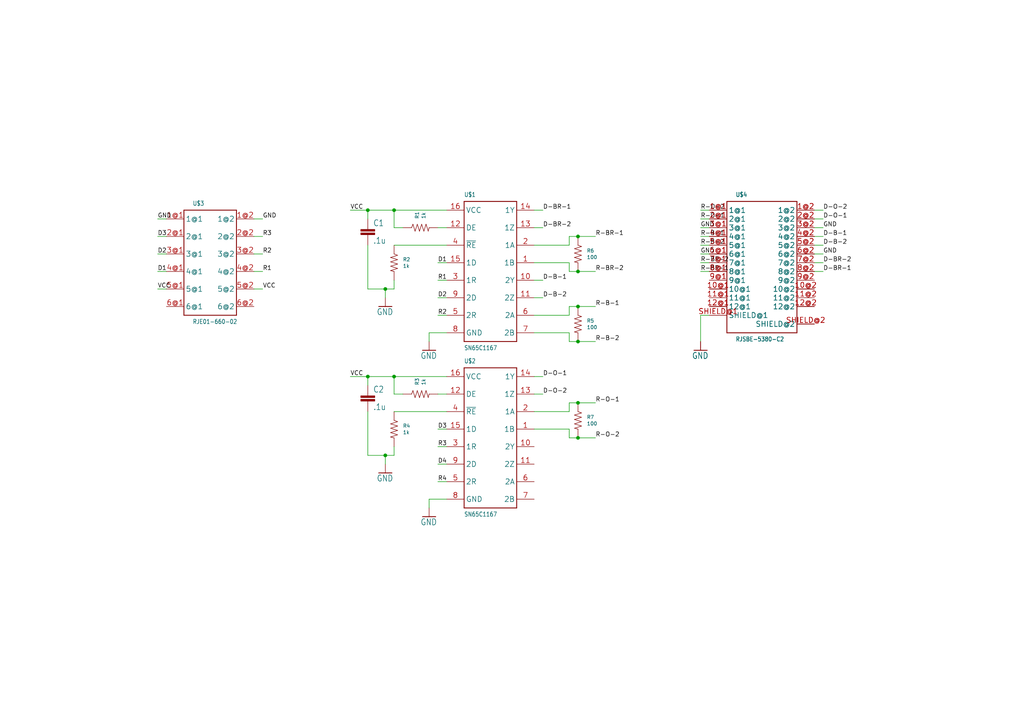
<source format=kicad_sch>
(kicad_sch (version 20250114) (generator "eeschema") (generator_version "9.0")
  (paper "A4")
  (lib_symbols
    (symbol "comm-board-eagle-import:CAP0805"
      (property "Reference" "C" (at 1.524 2.921 0))
      (symbol "CAP0805_1_0"
        (rectangle (start -2.032 1.524) (end 2.032 2.032) (fill (type outline)))
        (rectangle (start -2.032 0.508) (end 2.032 1.016) (fill (type outline)))
        (polyline (pts (xy 0 2.54) (xy 0 2.032)) (stroke (width 0.1524)))
        (polyline (pts (xy 0 0) (xy 0 0.508)) (stroke (width 0.1524)))
        (pin passive line (at 0 5.08 270) (length 2.54) (name "1") (number "1"))
        (pin passive line (at 0 -2.54 90) (length 2.54) (name "2") (number "2"))
      )
    )
    (symbol "comm-board-eagle-import:GND" (power)
      (symbol "GND_1_0"
        (polyline (pts (xy -1.905 0) (xy 1.905 0)) (stroke (width 0.254)))
        (pin power_in line (at 0 2.54 270) (length 2.54) (name "GND") (number "1"))
      )
    )
    (symbol "comm-board-eagle-import:RESISTOR_0805"
      (property "Reference" "R" (at 2.54 1.524 0))
      (symbol "RESISTOR_0805_1_0"
        (polyline (pts (xy -1.016 1.524) (xy 1.016 0.889)) (stroke (width 0.1524)))
        (polyline (pts (xy -1.016 0.254) (xy 1.016 -0.381)) (stroke (width 0.1524)))
        (polyline (pts (xy -1.016 -1.016) (xy 1.016 -1.651)) (stroke (width 0.1524)))
        (polyline (pts (xy -1.016 -2.286) (xy 0 -2.54)) (stroke (width 0.1524)))
        (polyline (pts (xy 0 2.54) (xy 1.016 2.159)) (stroke (width 0.1524)))
        (polyline (pts (xy 1.016 2.159) (xy -1.016 1.524)) (stroke (width 0.1524)))
        (polyline (pts (xy 1.016 0.889) (xy -1.016 0.254)) (stroke (width 0.1524)))
        (polyline (pts (xy 1.016 -0.381) (xy -1.016 -1.016)) (stroke (width 0.1524)))
        (polyline (pts (xy 1.016 -1.651) (xy -1.016 -2.286)) (stroke (width 0.1524)))
        (pin passive line (at 0 5.08 270) (length 2.54) (name "P$1") (number "P$1"))
        (pin passive line (at 0 -5.08 90) (length 2.54) (name "P$2") (number "P$2"))
      )
    )
    (symbol "comm-board-eagle-import:RJE01-660-02"
      (symbol "RJE01-660-02_1_0"
        (polyline (pts (xy -7.62 15.24) (xy -7.62 -15.24)) (stroke (width 0.254)))
        (polyline (pts (xy -7.62 -15.24) (xy 7.62 -15.24)) (stroke (width 0.254)))
        (polyline (pts (xy 7.62 15.24) (xy -7.62 15.24)) (stroke (width 0.254)))
        (polyline (pts (xy 7.62 -15.24) (xy 7.62 15.24)) (stroke (width 0.254)))
        (pin bidirectional line (at -12.7 12.7 0) (length 5.08) (name "1@1") (number "1@1"))
        (pin bidirectional line (at -12.7 7.62 0) (length 5.08) (name "2@1") (number "2@1"))
        (pin bidirectional line (at -12.7 2.54 0) (length 5.08) (name "3@1") (number "3@1"))
        (pin bidirectional line (at -12.7 -2.54 0) (length 5.08) (name "4@1") (number "4@1"))
        (pin bidirectional line (at -12.7 -7.62 0) (length 5.08) (name "5@1") (number "5@1"))
        (pin bidirectional line (at -12.7 -12.7 0) (length 5.08) (name "6@1") (number "6@1"))
        (pin bidirectional line (at 12.7 12.7 180) (length 5.08) (name "1@2") (number "1@2"))
        (pin bidirectional line (at 12.7 7.62 180) (length 5.08) (name "2@2") (number "2@2"))
        (pin bidirectional line (at 12.7 2.54 180) (length 5.08) (name "3@2") (number "3@2"))
        (pin bidirectional line (at 12.7 -2.54 180) (length 5.08) (name "4@2") (number "4@2"))
        (pin bidirectional line (at 12.7 -7.62 180) (length 5.08) (name "5@2") (number "5@2"))
        (pin bidirectional line (at 12.7 -12.7 180) (length 5.08) (name "6@2") (number "6@2"))
      )
    )
    (symbol "comm-board-eagle-import:RJSBE-5380-C2"
      (symbol "RJSBE-5380-C2_1_0"
        (polyline (pts (xy -10.16 17.78) (xy -10.16 -20.32)) (stroke (width 0.254)))
        (polyline (pts (xy -10.16 -20.32) (xy 10.16 -20.32)) (stroke (width 0.254)))
        (polyline (pts (xy 10.16 17.78) (xy -10.16 17.78)) (stroke (width 0.254)))
        (polyline (pts (xy 10.16 -20.32) (xy 10.16 17.78)) (stroke (width 0.254)))
        (pin bidirectional line (at -15.24 15.24 0) (length 5.08) (name "1@1") (number "1@1"))
        (pin bidirectional line (at -15.24 12.7 0) (length 5.08) (name "2@1") (number "2@1"))
        (pin bidirectional line (at -15.24 10.16 0) (length 5.08) (name "3@1") (number "3@1"))
        (pin bidirectional line (at -15.24 7.62 0) (length 5.08) (name "4@1") (number "4@1"))
        (pin bidirectional line (at -15.24 5.08 0) (length 5.08) (name "5@1") (number "5@1"))
        (pin bidirectional line (at -15.24 2.54 0) (length 5.08) (name "6@1") (number "6@1"))
        (pin bidirectional line (at -15.24 0 0) (length 5.08) (name "7@1") (number "7@1"))
        (pin bidirectional line (at -15.24 -2.54 0) (length 5.08) (name "8@1") (number "8@1"))
        (pin bidirectional line (at -15.24 -5.08 0) (length 5.08) (name "9@1") (number "9@1"))
        (pin bidirectional line (at -15.24 -7.62 0) (length 5.08) (name "10@1") (number "10@1"))
        (pin bidirectional line (at -15.24 -10.16 0) (length 5.08) (name "11@1") (number "11@1"))
        (pin bidirectional line (at -15.24 -12.7 0) (length 5.08) (name "12@1") (number "12@1"))
        (pin bidirectional line (at -15.24 -15.24 0) (length 5.08) (name "SHIELD@1") (number "SHIELD@1"))
        (pin bidirectional line (at 15.24 15.24 180) (length 5.08) (name "1@2") (number "1@2"))
        (pin bidirectional line (at 15.24 12.7 180) (length 5.08) (name "2@2") (number "2@2"))
        (pin bidirectional line (at 15.24 10.16 180) (length 5.08) (name "3@2") (number "3@2"))
        (pin bidirectional line (at 15.24 7.62 180) (length 5.08) (name "4@2") (number "4@2"))
        (pin bidirectional line (at 15.24 5.08 180) (length 5.08) (name "5@2") (number "5@2"))
        (pin bidirectional line (at 15.24 2.54 180) (length 5.08) (name "6@2") (number "6@2"))
        (pin bidirectional line (at 15.24 0 180) (length 5.08) (name "7@2") (number "7@2"))
        (pin bidirectional line (at 15.24 -2.54 180) (length 5.08) (name "8@2") (number "8@2"))
        (pin bidirectional line (at 15.24 -5.08 180) (length 5.08) (name "9@2") (number "9@2"))
        (pin bidirectional line (at 15.24 -7.62 180) (length 5.08) (name "10@2") (number "10@2"))
        (pin bidirectional line (at 15.24 -10.16 180) (length 5.08) (name "11@2") (number "11@2"))
        (pin bidirectional line (at 15.24 -12.7 180) (length 5.08) (name "12@2") (number "12@2"))
        (pin bidirectional line (at 15.24 -17.78 180) (length 5.08) (name "SHIELD@2") (number "SHIELD@2"))
      )
    )
    (symbol "comm-board-eagle-import:SN65C1167"
      (symbol "SN65C1167_1_0"
        (polyline (pts (xy -10.16 20.32) (xy -10.16 -20.32)) (stroke (width 0.254)))
        (polyline (pts (xy -10.16 -20.32) (xy 5.08 -20.32)) (stroke (width 0.254)))
        (polyline (pts (xy 5.08 20.32) (xy -10.16 20.32)) (stroke (width 0.254)))
        (polyline (pts (xy 5.08 -20.32) (xy 5.08 20.32)) (stroke (width 0.254)))
        (pin bidirectional line (at -15.24 17.78 0) (length 5.08) (name "VCC") (number "16"))
        (pin bidirectional line (at -15.24 12.7 0) (length 5.08) (name "DE") (number "12"))
        (pin bidirectional line (at -15.24 7.62 0) (length 5.08) (name "~{RE}") (number "4"))
        (pin bidirectional line (at -15.24 2.54 0) (length 5.08) (name "1D") (number "15"))
        (pin bidirectional line (at -15.24 -2.54 0) (length 5.08) (name "1R") (number "3"))
        (pin bidirectional line (at -15.24 -7.62 0) (length 5.08) (name "2D") (number "9"))
        (pin bidirectional line (at -15.24 -12.7 0) (length 5.08) (name "2R") (number "5"))
        (pin bidirectional line (at -15.24 -17.78 0) (length 5.08) (name "GND") (number "8"))
        (pin bidirectional line (at 10.16 17.78 180) (length 5.08) (name "1Y") (number "14"))
        (pin bidirectional line (at 10.16 12.7 180) (length 5.08) (name "1Z") (number "13"))
        (pin bidirectional line (at 10.16 7.62 180) (length 5.08) (name "1A") (number "2"))
        (pin bidirectional line (at 10.16 2.54 180) (length 5.08) (name "1B") (number "1"))
        (pin bidirectional line (at 10.16 -2.54 180) (length 5.08) (name "2Y") (number "10"))
        (pin bidirectional line (at 10.16 -7.62 180) (length 5.08) (name "2Z") (number "11"))
        (pin bidirectional line (at 10.16 -12.7 180) (length 5.08) (name "2A") (number "6"))
        (pin bidirectional line (at 10.16 -17.78 180) (length 5.08) (name "2B") (number "7"))
      )
    )
  )
  (junction (at 167.64 116.84))
  (junction (at 167.64 99.06))
  (junction (at 111.76 132.08))
  (junction (at 111.76 83.82))
  (junction (at 167.64 88.9))
  (junction (at 167.64 78.74))
  (junction (at 167.64 68.58))
  (junction (at 106.68 60.96))
  (junction (at 114.3 60.96))
  (junction (at 106.68 109.22))
  (junction (at 167.64 127))
  (junction (at 114.3 109.22))
  (wire (pts (xy 111.76 86.36) (xy 111.76 83.82)) (stroke (width 0.1524)))
  (wire (pts (xy 48.26 73.66) (xy 45.72 73.66)) (stroke (width 0.1524)))
  (wire (pts (xy 48.26 83.82) (xy 45.72 83.82)) (stroke (width 0.1524)))
  (wire (pts (xy 236.22 73.66) (xy 238.76 73.66)) (stroke (width 0.1524)))
  (wire (pts (xy 114.3 83.82) (xy 111.76 83.82)) (stroke (width 0.1524)))
  (wire (pts (xy 114.3 109.22) (xy 106.68 109.22)) (stroke (width 0.1524)))
  (wire (pts (xy 154.94 124.46) (xy 165.1 124.46)) (stroke (width 0.1524)))
  (wire (pts (xy 48.26 63.5) (xy 45.72 63.5)) (stroke (width 0.1524)))
  (wire (pts (xy 116.84 66.04) (xy 114.3 66.04)) (stroke (width 0.1524)))
  (wire (pts (xy 106.68 71.12) (xy 106.68 83.82)) (stroke (width 0.1524)))
  (wire (pts (xy 129.54 124.46) (xy 127 124.46)) (stroke (width 0.1524)))
  (wire (pts (xy 167.64 116.84) (xy 172.72 116.84)) (stroke (width 0.1524)))
  (wire (pts (xy 236.22 66.04) (xy 238.76 66.04)) (stroke (width 0.1524)))
  (wire (pts (xy 129.54 81.28) (xy 127 81.28)) (stroke (width 0.1524)))
  (wire (pts (xy 154.94 114.3) (xy 157.48 114.3)) (stroke (width 0.1524)))
  (wire (pts (xy 205.74 78.74) (xy 203.2 78.74)) (stroke (width 0.1524)))
  (wire (pts (xy 129.54 114.3) (xy 127 114.3)) (stroke (width 0.1524)))
  (wire (pts (xy 205.74 63.5) (xy 203.2 63.5)) (stroke (width 0.1524)))
  (wire (pts (xy 167.64 78.74) (xy 172.72 78.74)) (stroke (width 0.1524)))
  (wire (pts (xy 129.54 109.22) (xy 114.3 109.22)) (stroke (width 0.1524)))
  (wire (pts (xy 205.74 71.12) (xy 203.2 71.12)) (stroke (width 0.1524)))
  (wire (pts (xy 73.66 63.5) (xy 76.2 63.5)) (stroke (width 0.1524)))
  (wire (pts (xy 154.94 60.96) (xy 157.48 60.96)) (stroke (width 0.1524)))
  (wire (pts (xy 116.84 114.3) (xy 114.3 114.3)) (stroke (width 0.1524)))
  (wire (pts (xy 154.94 66.04) (xy 157.48 66.04)) (stroke (width 0.1524)))
  (wire (pts (xy 165.1 76.2) (xy 165.1 78.74)) (stroke (width 0.1524)))
  (wire (pts (xy 236.22 68.58) (xy 238.76 68.58)) (stroke (width 0.1524)))
  (wire (pts (xy 114.3 81.28) (xy 114.3 83.82)) (stroke (width 0.1524)))
  (wire (pts (xy 48.26 68.58) (xy 45.72 68.58)) (stroke (width 0.1524)))
  (wire (pts (xy 129.54 71.12) (xy 114.3 71.12)) (stroke (width 0.1524)))
  (wire (pts (xy 154.94 71.12) (xy 165.1 71.12)) (stroke (width 0.1524)))
  (wire (pts (xy 236.22 63.5) (xy 238.76 63.5)) (stroke (width 0.1524)))
  (wire (pts (xy 236.22 60.96) (xy 238.76 60.96)) (stroke (width 0.1524)))
  (wire (pts (xy 154.94 91.44) (xy 165.1 91.44)) (stroke (width 0.1524)))
  (wire (pts (xy 236.22 78.74) (xy 238.76 78.74)) (stroke (width 0.1524)))
  (wire (pts (xy 114.3 66.04) (xy 114.3 60.96)) (stroke (width 0.1524)))
  (wire (pts (xy 167.64 99.06) (xy 172.72 99.06)) (stroke (width 0.1524)))
  (wire (pts (xy 167.64 88.9) (xy 172.72 88.9)) (stroke (width 0.1524)))
  (wire (pts (xy 165.1 116.84) (xy 167.64 116.84)) (stroke (width 0.1524)))
  (wire (pts (xy 205.74 66.04) (xy 203.2 66.04)) (stroke (width 0.1524)))
  (wire (pts (xy 111.76 134.62) (xy 111.76 132.08)) (stroke (width 0.1524)))
  (wire (pts (xy 73.66 83.82) (xy 76.2 83.82)) (stroke (width 0.1524)))
  (wire (pts (xy 165.1 119.38) (xy 165.1 116.84)) (stroke (width 0.1524)))
  (wire (pts (xy 106.68 109.22) (xy 101.6 109.22)) (stroke (width 0.1524)))
  (wire (pts (xy 129.54 76.2) (xy 127 76.2)) (stroke (width 0.1524)))
  (wire (pts (xy 129.54 60.96) (xy 114.3 60.96)) (stroke (width 0.1524)))
  (wire (pts (xy 154.94 76.2) (xy 165.1 76.2)) (stroke (width 0.1524)))
  (wire (pts (xy 236.22 76.2) (xy 238.76 76.2)) (stroke (width 0.1524)))
  (wire (pts (xy 165.1 78.74) (xy 167.64 78.74)) (stroke (width 0.1524)))
  (wire (pts (xy 129.54 144.78) (xy 124.46 144.78)) (stroke (width 0.1524)))
  (wire (pts (xy 129.54 96.52) (xy 124.46 96.52)) (stroke (width 0.1524)))
  (wire (pts (xy 154.94 96.52) (xy 165.1 96.52)) (stroke (width 0.1524)))
  (wire (pts (xy 167.64 127) (xy 172.72 127)) (stroke (width 0.1524)))
  (wire (pts (xy 165.1 68.58) (xy 167.64 68.58)) (stroke (width 0.1524)))
  (wire (pts (xy 154.94 119.38) (xy 165.1 119.38)) (stroke (width 0.1524)))
  (wire (pts (xy 205.74 68.58) (xy 203.2 68.58)) (stroke (width 0.1524)))
  (wire (pts (xy 129.54 66.04) (xy 127 66.04)) (stroke (width 0.1524)))
  (wire (pts (xy 111.76 83.82) (xy 106.68 83.82)) (stroke (width 0.1524)))
  (wire (pts (xy 48.26 78.74) (xy 45.72 78.74)) (stroke (width 0.1524)))
  (wire (pts (xy 165.1 88.9) (xy 167.64 88.9)) (stroke (width 0.1524)))
  (wire (pts (xy 106.68 132.08) (xy 111.76 132.08)) (stroke (width 0.1524)))
  (wire (pts (xy 129.54 134.62) (xy 127 134.62)) (stroke (width 0.1524)))
  (wire (pts (xy 205.74 76.2) (xy 203.2 76.2)) (stroke (width 0.1524)))
  (wire (pts (xy 106.68 63.5) (xy 106.68 60.96)) (stroke (width 0.1524)))
  (wire (pts (xy 203.2 91.44) (xy 203.2 99.06)) (stroke (width 0.1524)))
  (wire (pts (xy 165.1 96.52) (xy 165.1 99.06)) (stroke (width 0.1524)))
  (wire (pts (xy 165.1 127) (xy 167.64 127)) (stroke (width 0.1524)))
  (wire (pts (xy 129.54 139.7) (xy 127 139.7)) (stroke (width 0.1524)))
  (wire (pts (xy 165.1 71.12) (xy 165.1 68.58)) (stroke (width 0.1524)))
  (wire (pts (xy 73.66 73.66) (xy 76.2 73.66)) (stroke (width 0.1524)))
  (wire (pts (xy 167.64 68.58) (xy 172.72 68.58)) (stroke (width 0.1524)))
  (wire (pts (xy 106.68 60.96) (xy 101.6 60.96)) (stroke (width 0.1524)))
  (wire (pts (xy 124.46 96.52) (xy 124.46 99.06)) (stroke (width 0.1524)))
  (wire (pts (xy 165.1 99.06) (xy 167.64 99.06)) (stroke (width 0.1524)))
  (wire (pts (xy 73.66 68.58) (xy 76.2 68.58)) (stroke (width 0.1524)))
  (wire (pts (xy 205.74 60.96) (xy 203.2 60.96)) (stroke (width 0.1524)))
  (wire (pts (xy 124.46 144.78) (xy 124.46 147.32)) (stroke (width 0.1524)))
  (wire (pts (xy 236.22 71.12) (xy 238.76 71.12)) (stroke (width 0.1524)))
  (wire (pts (xy 165.1 91.44) (xy 165.1 88.9)) (stroke (width 0.1524)))
  (wire (pts (xy 114.3 119.38) (xy 129.54 119.38)) (stroke (width 0.1524)))
  (wire (pts (xy 154.94 81.28) (xy 157.48 81.28)) (stroke (width 0.1524)))
  (wire (pts (xy 114.3 132.08) (xy 114.3 129.54)) (stroke (width 0.1524)))
  (wire (pts (xy 106.68 111.76) (xy 106.68 109.22)) (stroke (width 0.1524)))
  (wire (pts (xy 114.3 114.3) (xy 114.3 109.22)) (stroke (width 0.1524)))
  (wire (pts (xy 111.76 132.08) (xy 114.3 132.08)) (stroke (width 0.1524)))
  (wire (pts (xy 129.54 86.36) (xy 127 86.36)) (stroke (width 0.1524)))
  (wire (pts (xy 114.3 60.96) (xy 106.68 60.96)) (stroke (width 0.1524)))
  (wire (pts (xy 129.54 91.44) (xy 127 91.44)) (stroke (width 0.1524)))
  (wire (pts (xy 205.74 91.44) (xy 203.2 91.44)) (stroke (width 0.1524)))
  (wire (pts (xy 165.1 124.46) (xy 165.1 127)) (stroke (width 0.1524)))
  (wire (pts (xy 73.66 78.74) (xy 76.2 78.74)) (stroke (width 0.1524)))
  (wire (pts (xy 154.94 86.36) (xy 157.48 86.36)) (stroke (width 0.1524)))
  (wire (pts (xy 106.68 119.38) (xy 106.68 132.08)) (stroke (width 0.1524)))
  (wire (pts (xy 205.74 73.66) (xy 203.2 73.66)) (stroke (width 0.1524)))
  (wire (pts (xy 154.94 109.22) (xy 157.48 109.22)) (stroke (width 0.1524)))
  (wire (pts (xy 129.54 129.54) (xy 127 129.54)) (stroke (width 0.1524)))
  (label "R-BR-1" (at 172.72 68.58 0) (effects (font (size 1.2446 1.2446))))
  (label "D2" (at 45.72 73.66 0) (effects (font (size 1.2446 1.2446))))
  (label "GND" (at 76.2 63.5 0) (effects (font (size 1.2446 1.2446))))
  (label "R-O-1" (at 172.72 116.84 0) (effects (font (size 1.2446 1.2446))))
  (label "R2" (at 76.2 73.66 0) (effects (font (size 1.2446 1.2446))))
  (label "D-O-2" (at 157.48 114.3 0) (effects (font (size 1.2446 1.2446))))
  (label "R-BR-2" (at 203.2 76.2 0) (effects (font (size 1.2446 1.2446))))
  (label "R-O-2" (at 172.72 127 0) (effects (font (size 1.2446 1.2446))))
  (label "VCC" (at 101.6 109.22 0) (effects (font (size 1.2446 1.2446))))
  (label "D-BR-1" (at 157.48 60.96 0) (effects (font (size 1.2446 1.2446))))
  (label "GND" (at 203.2 66.04 0) (effects (font (size 1.2446 1.2446))))
  (label "GND" (at 45.72 63.5 0) (effects (font (size 1.2446 1.2446))))
  (label "R-O-2" (at 203.2 60.96 0) (effects (font (size 1.2446 1.2446))))
  (label "D-B-1" (at 238.76 68.58 0) (effects (font (size 1.2446 1.2446))))
  (label "R-B-2" (at 172.72 99.06 0) (effects (font (size 1.2446 1.2446))))
  (label "D-O-1" (at 238.76 63.5 0) (effects (font (size 1.2446 1.2446))))
  (label "R-BR-2" (at 172.72 78.74 0) (effects (font (size 1.2446 1.2446))))
  (label "R3" (at 76.2 68.58 0) (effects (font (size 1.2446 1.2446))))
  (label "D1" (at 45.72 78.74 0) (effects (font (size 1.2446 1.2446))))
  (label "D4" (at 127 134.62 0) (effects (font (size 1.2446 1.2446))))
  (label "D-BR-2" (at 157.48 66.04 0) (effects (font (size 1.2446 1.2446))))
  (label "GND" (at 238.76 66.04 0) (effects (font (size 1.2446 1.2446))))
  (label "D-BR-1" (at 238.76 78.74 0) (effects (font (size 1.2446 1.2446))))
  (label "R4" (at 127 139.7 0) (effects (font (size 1.2446 1.2446))))
  (label "D-BR-2" (at 238.76 76.2 0) (effects (font (size 1.2446 1.2446))))
  (label "GND" (at 203.2 73.66 0) (effects (font (size 1.2446 1.2446))))
  (label "D-B-2" (at 238.76 71.12 0) (effects (font (size 1.2446 1.2446))))
  (label "D-B-2" (at 157.48 86.36 0) (effects (font (size 1.2446 1.2446))))
  (label "VCC" (at 45.72 83.82 0) (effects (font (size 1.2446 1.2446))))
  (label "D1" (at 127 76.2 0) (effects (font (size 1.2446 1.2446))))
  (label "D2" (at 127 86.36 0) (effects (font (size 1.2446 1.2446))))
  (label "R-B-1" (at 172.72 88.9 0) (effects (font (size 1.2446 1.2446))))
  (label "R-B-2" (at 203.2 71.12 0) (effects (font (size 1.2446 1.2446))))
  (label "VCC" (at 101.6 60.96 0) (effects (font (size 1.2446 1.2446))))
  (label "D-O-2" (at 238.76 60.96 0) (effects (font (size 1.2446 1.2446))))
  (label "D3" (at 127 124.46 0) (effects (font (size 1.2446 1.2446))))
  (label "R3" (at 127 129.54 0) (effects (font (size 1.2446 1.2446))))
  (label "R1" (at 127 81.28 0) (effects (font (size 1.2446 1.2446))))
  (label "R-BR-1" (at 203.2 78.74 0) (effects (font (size 1.2446 1.2446))))
  (label "VCC" (at 76.2 83.82 0) (effects (font (size 1.2446 1.2446))))
  (label "R-O-1" (at 203.2 63.5 0) (effects (font (size 1.2446 1.2446))))
  (label "D-B-1" (at 157.48 81.28 0) (effects (font (size 1.2446 1.2446))))
  (label "D3" (at 45.72 68.58 0) (effects (font (size 1.2446 1.2446))))
  (label "R1" (at 76.2 78.74 0) (effects (font (size 1.2446 1.2446))))
  (label "D-O-1" (at 157.48 109.22 0) (effects (font (size 1.2446 1.2446))))
  (label "R-B-1" (at 203.2 68.58 0) (effects (font (size 1.2446 1.2446))))
  (label "R2" (at 127 91.44 0) (effects (font (size 1.2446 1.2446))))
  (label "GND" (at 238.76 73.66 0) (effects (font (size 1.2446 1.2446))))
  (symbol (lib_id "comm-board-eagle-import:GND") (at 203.2 101.6 0) (unit 1)
    (property "Reference" "#GND5" (effects (hide yes)))
    (property "Value" "GND" (at 200.66 104.14 0) (effects (font (size 1.778 1.5113)) (justify left bottom)))
  )
  (symbol (lib_id "comm-board-eagle-import:RESISTOR_0805") (at 167.64 73.66 0) (unit 1)
    (property "Reference" "R6" (at 170.18 72.136 0) (effects (font (size 1.016 1.016)) (justify left top)))
    (property "Value" "100" (at 170.18 75.184 0) (effects (font (size 1.016 1.016)) (justify left bottom)))
    (property "Footprint" "comm-board:R0805" (effects (hide yes)))
  )
  (symbol (lib_id "comm-board-eagle-import:GND") (at 111.76 137.16 0) (unit 1)
    (property "Reference" "#GND4" (effects (hide yes)))
    (property "Value" "GND" (at 109.22 139.7 0) (effects (font (size 1.778 1.5113)) (justify left bottom)))
  )
  (symbol (lib_id "comm-board-eagle-import:RESISTOR_0805") (at 121.92 66.04 90) (unit 1)
    (property "Reference" "R1" (at 120.396 63.5 0) (effects (font (size 1.016 1.016)) (justify left top)))
    (property "Value" "1k" (at 123.444 63.5 0) (effects (font (size 1.016 1.016)) (justify left bottom)))
    (property "Footprint" "comm-board:R0805" (effects (hide yes)))
  )
  (symbol (lib_id "comm-board-eagle-import:CAP0805") (at 106.68 116.84 0) (unit 1)
    (property "Reference" "C2" (at 108.204 113.919 0) (effects (font (size 1.778 1.5113)) (justify left bottom)))
    (property "Value" ".1u" (at 108.204 118.999 0) (effects (font (size 1.778 1.5113)) (justify left bottom)))
    (property "Footprint" "comm-board:0805" (effects (hide yes)))
  )
  (symbol (lib_id "comm-board-eagle-import:RJE01-660-02") (at 60.96 76.2 0) (unit 1)
    (property "Reference" "U$3" (at 55.88 59.69 0) (effects (font (size 1.27 1.0795)) (justify left bottom)))
    (property "Value" "RJE01-660-02" (at 55.88 93.98 0) (effects (font (size 1.27 1.0795)) (justify left bottom)))
    (property "Footprint" "comm-board:RJE01-660-02" (effects (hide yes)))
  )
  (symbol (lib_id "comm-board-eagle-import:RESISTOR_0805") (at 167.64 93.98 0) (unit 1)
    (property "Reference" "R5" (at 170.18 92.456 0) (effects (font (size 1.016 1.016)) (justify left top)))
    (property "Value" "100" (at 170.18 95.504 0) (effects (font (size 1.016 1.016)) (justify left bottom)))
    (property "Footprint" "comm-board:R0805" (effects (hide yes)))
  )
  (symbol (lib_id "comm-board-eagle-import:GND") (at 124.46 149.86 0) (unit 1)
    (property "Reference" "#GND2" (effects (hide yes)))
    (property "Value" "GND" (at 121.92 152.4 0) (effects (font (size 1.778 1.5113)) (justify left bottom)))
  )
  (symbol (lib_id "comm-board-eagle-import:RJSBE-5380-C2") (at 220.98 76.2 0) (unit 1)
    (property "Reference" "U$4" (at 213.36 57.15 0) (effects (font (size 1.27 1.0795)) (justify left bottom)))
    (property "Value" "RJSBE-5380-C2" (at 213.36 99.06 0) (effects (font (size 1.27 1.0795)) (justify left bottom)))
    (property "Footprint" "comm-board:RJSBE-5380-C2" (effects (hide yes)))
  )
  (symbol (lib_id "comm-board-eagle-import:RESISTOR_0805") (at 114.3 76.2 0) (unit 1)
    (property "Reference" "R2" (at 116.84 74.676 0) (effects (font (size 1.016 1.016)) (justify left top)))
    (property "Value" "1k" (at 116.84 77.724 0) (effects (font (size 1.016 1.016)) (justify left bottom)))
    (property "Footprint" "comm-board:R0805" (effects (hide yes)))
  )
  (symbol (lib_id "comm-board-eagle-import:RESISTOR_0805") (at 114.3 124.46 0) (unit 1)
    (property "Reference" "R4" (at 116.84 122.936 0) (effects (font (size 1.016 1.016)) (justify left top)))
    (property "Value" "1k" (at 116.84 125.984 0) (effects (font (size 1.016 1.016)) (justify left bottom)))
    (property "Footprint" "comm-board:R0805" (effects (hide yes)))
  )
  (symbol (lib_id "comm-board-eagle-import:CAP0805") (at 106.68 68.58 0) (unit 1)
    (property "Reference" "C1" (at 108.204 65.659 0) (effects (font (size 1.778 1.5113)) (justify left bottom)))
    (property "Value" ".1u" (at 108.204 70.739 0) (effects (font (size 1.778 1.5113)) (justify left bottom)))
    (property "Footprint" "comm-board:0805" (effects (hide yes)))
  )
  (symbol (lib_id "comm-board-eagle-import:SN65C1167") (at 144.78 127 0) (unit 1)
    (property "Reference" "U$2" (at 134.62 105.41 0) (effects (font (size 1.27 1.0795)) (justify left bottom)))
    (property "Value" "SN65C1167" (at 134.62 149.86 0) (effects (font (size 1.27 1.0795)) (justify left bottom)))
    (property "Footprint" "comm-board:SOP-16" (effects (hide yes)))
  )
  (symbol (lib_id "comm-board-eagle-import:RESISTOR_0805") (at 167.64 121.92 0) (unit 1)
    (property "Reference" "R7" (at 170.18 120.396 0) (effects (font (size 1.016 1.016)) (justify left top)))
    (property "Value" "100" (at 170.18 123.444 0) (effects (font (size 1.016 1.016)) (justify left bottom)))
    (property "Footprint" "comm-board:R0805" (effects (hide yes)))
  )
  (symbol (lib_id "comm-board-eagle-import:GND") (at 111.76 88.9 0) (unit 1)
    (property "Reference" "#GND3" (effects (hide yes)))
    (property "Value" "GND" (at 109.22 91.44 0) (effects (font (size 1.778 1.5113)) (justify left bottom)))
  )
  (symbol (lib_id "comm-board-eagle-import:SN65C1167") (at 144.78 78.74 0) (unit 1)
    (property "Reference" "U$1" (at 134.62 57.15 0) (effects (font (size 1.27 1.0795)) (justify left bottom)))
    (property "Value" "SN65C1167" (at 134.62 101.6 0) (effects (font (size 1.27 1.0795)) (justify left bottom)))
    (property "Footprint" "comm-board:SOP-16" (effects (hide yes)))
  )
  (symbol (lib_id "comm-board-eagle-import:RESISTOR_0805") (at 121.92 114.3 90) (unit 1)
    (property "Reference" "R3" (at 120.396 111.76 0) (effects (font (size 1.016 1.016)) (justify left top)))
    (property "Value" "1k" (at 123.444 111.76 0) (effects (font (size 1.016 1.016)) (justify left bottom)))
    (property "Footprint" "comm-board:R0805" (effects (hide yes)))
  )
  (symbol (lib_id "comm-board-eagle-import:GND") (at 124.46 101.6 0) (unit 1)
    (property "Reference" "#GND1" (effects (hide yes)))
    (property "Value" "GND" (at 121.92 104.14 0) (effects (font (size 1.778 1.5113)) (justify left bottom)))
  )
)
</source>
